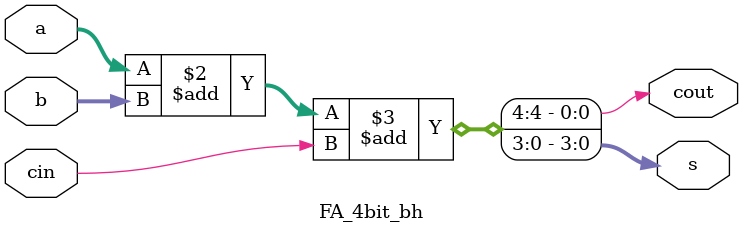
<source format=v>

module FA_4bit_bh(s,cout,a,b,cin);
  input [3:0]a,b;
  input cin;
  output reg [3:0]s;
  output reg cout;

  always@(a,b,cin)
  {cout,s} = a + b + cin;

endmodule

</source>
